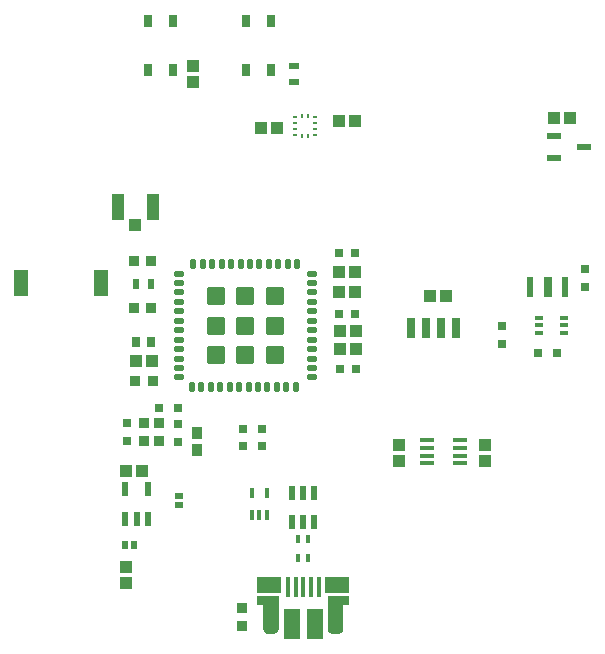
<source format=gtp>
G04*
G04 #@! TF.GenerationSoftware,Altium Limited,Altium Designer,21.6.1 (37)*
G04*
G04 Layer_Color=8421504*
%FSLAX44Y44*%
%MOMM*%
G71*
G04*
G04 #@! TF.SameCoordinates,4F178BE9-AC55-4CEC-B3A2-6D2310684F74*
G04*
G04*
G04 #@! TF.FilePolarity,Positive*
G04*
G01*
G75*
%ADD20R,0.4000X1.7500*%
%ADD21R,1.4250X2.5000*%
G04:AMPARAMS|DCode=22|XSize=0.5mm|YSize=0.8mm|CornerRadius=0.1mm|HoleSize=0mm|Usage=FLASHONLY|Rotation=270.000|XOffset=0mm|YOffset=0mm|HoleType=Round|Shape=RoundedRectangle|*
%AMROUNDEDRECTD22*
21,1,0.5000,0.6000,0,0,270.0*
21,1,0.3000,0.8000,0,0,270.0*
1,1,0.2000,-0.3000,-0.1500*
1,1,0.2000,-0.3000,0.1500*
1,1,0.2000,0.3000,0.1500*
1,1,0.2000,0.3000,-0.1500*
%
%ADD22ROUNDEDRECTD22*%
G04:AMPARAMS|DCode=23|XSize=0.5mm|YSize=0.8mm|CornerRadius=0.1mm|HoleSize=0mm|Usage=FLASHONLY|Rotation=0.000|XOffset=0mm|YOffset=0mm|HoleType=Round|Shape=RoundedRectangle|*
%AMROUNDEDRECTD23*
21,1,0.5000,0.6000,0,0,0.0*
21,1,0.3000,0.8000,0,0,0.0*
1,1,0.2000,0.1500,-0.3000*
1,1,0.2000,-0.1500,-0.3000*
1,1,0.2000,-0.1500,0.3000*
1,1,0.2000,0.1500,0.3000*
%
%ADD23ROUNDEDRECTD23*%
G04:AMPARAMS|DCode=24|XSize=1.5mm|YSize=1.5mm|CornerRadius=0.075mm|HoleSize=0mm|Usage=FLASHONLY|Rotation=270.000|XOffset=0mm|YOffset=0mm|HoleType=Round|Shape=RoundedRectangle|*
%AMROUNDEDRECTD24*
21,1,1.5000,1.3500,0,0,270.0*
21,1,1.3500,1.5000,0,0,270.0*
1,1,0.1500,-0.6750,-0.6750*
1,1,0.1500,-0.6750,0.6750*
1,1,0.1500,0.6750,0.6750*
1,1,0.1500,0.6750,-0.6750*
%
%ADD24ROUNDEDRECTD24*%
%ADD25R,1.0500X1.0500*%
%ADD26R,0.7112X1.7780*%
%ADD27R,1.1500X0.6000*%
%ADD28R,0.8890X1.0160*%
G04:AMPARAMS|DCode=29|XSize=0.76mm|YSize=0.6604mm|CornerRadius=0.0825mm|HoleSize=0mm|Usage=FLASHONLY|Rotation=270.000|XOffset=0mm|YOffset=0mm|HoleType=Round|Shape=RoundedRectangle|*
%AMROUNDEDRECTD29*
21,1,0.7600,0.4953,0,0,270.0*
21,1,0.5949,0.6604,0,0,270.0*
1,1,0.1651,-0.2477,-0.2975*
1,1,0.1651,-0.2477,0.2975*
1,1,0.1651,0.2477,0.2975*
1,1,0.1651,0.2477,-0.2975*
%
%ADD29ROUNDEDRECTD29*%
%ADD30R,0.6096X1.7272*%
%ADD31R,0.7112X1.7272*%
%ADD32R,1.2700X0.3556*%
%ADD33R,0.4000X0.9000*%
%ADD34R,0.8000X0.7556*%
%ADD35R,0.7556X0.8000*%
%ADD36R,0.7874X0.3556*%
%ADD37R,1.0500X1.0500*%
%ADD38R,0.6000X0.8500*%
%ADD39R,0.4500X0.8000*%
%ADD40R,0.6000X1.2000*%
%ADD41R,0.2800X0.4100*%
%ADD42R,0.4100X0.2800*%
%ADD43R,0.9398X0.9652*%
%ADD44R,0.6500X1.0500*%
%ADD45R,1.0500X2.1999*%
%ADD46R,1.0000X1.0500*%
%ADD47R,0.9652X0.9398*%
%ADD48R,1.2000X2.2000*%
%ADD49R,0.7000X0.5000*%
%ADD50R,0.8500X0.6000*%
%ADD51R,0.5000X0.7000*%
%ADD52R,0.8000X0.9000*%
%ADD53R,2.0000X1.4600*%
G36*
X229250Y43600D02*
Y23100D01*
Y22880D01*
X229240Y22660D01*
X229200Y22450D01*
X229160Y22250D01*
X229120Y22080D01*
X229070Y21910D01*
X228950Y21590D01*
X228790Y21230D01*
X228570Y20880D01*
X228360Y20580D01*
X228100Y20300D01*
X227835Y20035D01*
X227510Y19790D01*
X227200Y19610D01*
X226880Y19440D01*
X226490Y19290D01*
X226095Y19185D01*
X225680Y19120D01*
X225250Y19100D01*
X220250D01*
X219880Y19120D01*
X219510Y19170D01*
X219200Y19230D01*
X218790Y19360D01*
X218420Y19540D01*
X218060Y19740D01*
X217730Y19990D01*
X217420Y20260D01*
X217160Y20560D01*
X216920Y20880D01*
X216710Y21230D01*
X216520Y21610D01*
X216410Y21970D01*
X216355Y22151D01*
X216310Y22330D01*
X216270Y22710D01*
X216250Y23100D01*
Y43600D01*
X211000D01*
Y50600D01*
X229250D01*
Y43600D01*
D02*
G37*
G36*
X289000Y43600D02*
X283750D01*
Y23100D01*
X283730Y22710D01*
X283690Y22330D01*
X283645Y22151D01*
X283590Y21970D01*
X283480Y21610D01*
X283290Y21230D01*
X283080Y20880D01*
X282840Y20560D01*
X282580Y20260D01*
X282270Y19990D01*
X281940Y19740D01*
X281580Y19540D01*
X281210Y19360D01*
X280800Y19230D01*
X280490Y19170D01*
X280120Y19120D01*
X279750Y19100D01*
X274750D01*
X274320Y19120D01*
X273905Y19185D01*
X273510Y19290D01*
X273120Y19440D01*
X272800Y19610D01*
X272490Y19790D01*
X272165Y20035D01*
X271900Y20300D01*
X271640Y20580D01*
X271430Y20880D01*
X271210Y21230D01*
X271050Y21590D01*
X270930Y21910D01*
X270880Y22080D01*
X270840Y22250D01*
X270800Y22450D01*
X270760Y22660D01*
X270750Y22880D01*
Y23100D01*
Y43600D01*
Y50600D01*
X289000D01*
Y43600D01*
D02*
G37*
D20*
X250000Y58350D02*
D03*
X243500D02*
D03*
X237000D02*
D03*
X256500D02*
D03*
X263000D02*
D03*
D21*
X240375Y27600D02*
D03*
X259625D02*
D03*
D22*
X257500Y236000D02*
D03*
Y244000D02*
D03*
Y252000D02*
D03*
Y260000D02*
D03*
Y268000D02*
D03*
Y276000D02*
D03*
Y284000D02*
D03*
Y292000D02*
D03*
Y300000D02*
D03*
Y308000D02*
D03*
Y316000D02*
D03*
Y324000D02*
D03*
X144500D02*
D03*
Y316000D02*
D03*
Y308000D02*
D03*
Y300000D02*
D03*
Y292000D02*
D03*
Y284000D02*
D03*
Y276000D02*
D03*
Y268000D02*
D03*
Y260000D02*
D03*
Y252000D02*
D03*
Y244000D02*
D03*
Y236000D02*
D03*
D23*
X157000Y332000D02*
D03*
X165000D02*
D03*
X173000D02*
D03*
X181000D02*
D03*
X189000D02*
D03*
X197000D02*
D03*
X205000D02*
D03*
X213000D02*
D03*
X221000D02*
D03*
X229000D02*
D03*
X237000D02*
D03*
X245000D02*
D03*
X243750Y228000D02*
D03*
X235750D02*
D03*
X227750D02*
D03*
X219750D02*
D03*
X211750D02*
D03*
X203750D02*
D03*
X195750D02*
D03*
X187750D02*
D03*
X179750D02*
D03*
X171750D02*
D03*
X163750D02*
D03*
X155750D02*
D03*
D24*
X226000Y255000D02*
D03*
X201000D02*
D03*
X176000D02*
D03*
X226000Y280000D02*
D03*
X201000D02*
D03*
X176000D02*
D03*
X226000Y305000D02*
D03*
X201000D02*
D03*
X176000D02*
D03*
D25*
X281250Y260000D02*
D03*
X294750D02*
D03*
Y275000D02*
D03*
X281250D02*
D03*
X475750Y456000D02*
D03*
X462250D02*
D03*
X100250Y157000D02*
D03*
X113750D02*
D03*
X293750Y308000D02*
D03*
X280250D02*
D03*
X293750Y325000D02*
D03*
X280250D02*
D03*
X357250Y305000D02*
D03*
X370750D02*
D03*
X227750Y447000D02*
D03*
X214250D02*
D03*
X280730Y453000D02*
D03*
X294230D02*
D03*
X108250Y250000D02*
D03*
X121750D02*
D03*
D26*
X379050Y278160D02*
D03*
X340950D02*
D03*
X353650D02*
D03*
X366350D02*
D03*
D27*
X462500Y440500D02*
D03*
Y421500D02*
D03*
X487500Y431000D02*
D03*
D28*
X160000Y189112D02*
D03*
Y174888D02*
D03*
D29*
X294000Y341000D02*
D03*
X280000D02*
D03*
X281000Y243000D02*
D03*
X295000D02*
D03*
X280000Y290000D02*
D03*
X294000D02*
D03*
D30*
X442000Y312664D02*
D03*
X472000D02*
D03*
D31*
X457000D02*
D03*
D32*
X354940Y163250D02*
D03*
Y169750D02*
D03*
Y176250D02*
D03*
Y182750D02*
D03*
X383060D02*
D03*
Y176250D02*
D03*
Y169750D02*
D03*
Y163250D02*
D03*
D33*
X206500Y138500D02*
D03*
X219500D02*
D03*
Y119500D02*
D03*
X213000D02*
D03*
X206500D02*
D03*
D34*
X418000Y264222D02*
D03*
Y279778D02*
D03*
X489000Y327778D02*
D03*
Y312222D02*
D03*
X144000Y196778D02*
D03*
Y181222D02*
D03*
X101000Y197778D02*
D03*
Y182222D02*
D03*
D35*
X449222Y257000D02*
D03*
X464778D02*
D03*
X214778Y178000D02*
D03*
X199222D02*
D03*
X143778Y210000D02*
D03*
X128222D02*
D03*
X199222Y192000D02*
D03*
X214778D02*
D03*
D36*
X470668Y273754D02*
D03*
Y280254D02*
D03*
Y286754D02*
D03*
X449332D02*
D03*
Y280254D02*
D03*
Y273754D02*
D03*
D37*
X331000Y165250D02*
D03*
Y178750D02*
D03*
X404000Y165250D02*
D03*
Y178750D02*
D03*
X100000Y62250D02*
D03*
Y75750D02*
D03*
X157000Y499750D02*
D03*
Y486250D02*
D03*
D38*
X108500Y315000D02*
D03*
X121500D02*
D03*
D39*
X254000Y83000D02*
D03*
X246000D02*
D03*
Y99000D02*
D03*
X254000D02*
D03*
D40*
X259500Y113500D02*
D03*
X250000D02*
D03*
X240500D02*
D03*
Y138500D02*
D03*
X250000D02*
D03*
X259500D02*
D03*
X99500Y141500D02*
D03*
X118500D02*
D03*
Y116500D02*
D03*
X109000D02*
D03*
X99500D02*
D03*
D41*
X249000Y457000D02*
D03*
X254000D02*
D03*
Y440700D02*
D03*
X249000D02*
D03*
D42*
X259650Y456350D02*
D03*
Y451350D02*
D03*
Y446350D02*
D03*
Y441350D02*
D03*
X243350D02*
D03*
Y446350D02*
D03*
Y451350D02*
D03*
Y456350D02*
D03*
D43*
X128000Y182507D02*
D03*
Y197493D02*
D03*
X115000Y182507D02*
D03*
Y197493D02*
D03*
X198000Y40493D02*
D03*
Y25507D02*
D03*
D44*
X201250Y496250D02*
D03*
Y537750D02*
D03*
X222750Y496250D02*
D03*
Y537750D02*
D03*
X118250Y496250D02*
D03*
Y537750D02*
D03*
X139750Y496250D02*
D03*
Y537750D02*
D03*
D45*
X122750Y380000D02*
D03*
X93250D02*
D03*
D46*
X108000Y364750D02*
D03*
D47*
X107507Y233000D02*
D03*
X122493D02*
D03*
X121493Y335000D02*
D03*
X106507D02*
D03*
Y295000D02*
D03*
X121493D02*
D03*
D48*
X11500Y316000D02*
D03*
X78500D02*
D03*
D49*
X145000Y128250D02*
D03*
Y135750D02*
D03*
D50*
X242000Y499500D02*
D03*
Y486500D02*
D03*
D51*
X106750Y94000D02*
D03*
X99250D02*
D03*
D52*
X121250Y266000D02*
D03*
X108750D02*
D03*
D53*
X279000Y60400D02*
D03*
X221000D02*
D03*
M02*

</source>
